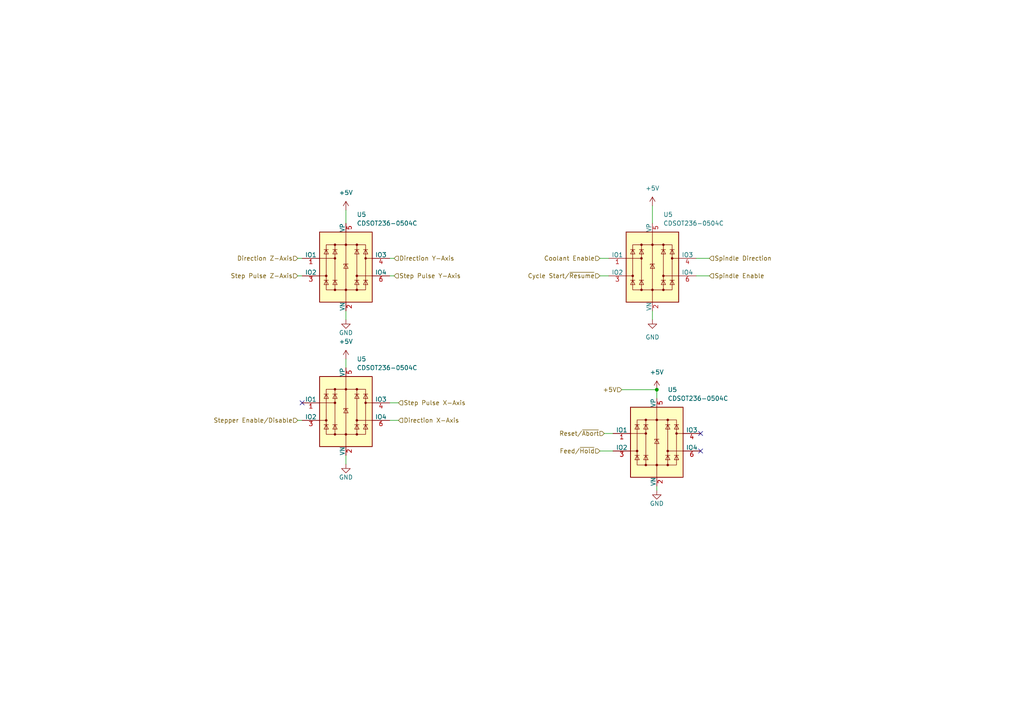
<source format=kicad_sch>
(kicad_sch (version 20230121) (generator eeschema)
  (paper "A4")
  (lib_symbols
    (symbol "Power_Protection:CDSOT236-0504C" (pin_names (offset 0))
      (property "Reference" "U" (at -5.08 11.43 0))
      (property "Value" "CDSOT236-0504C" (at 2.54 11.43 0))
      (symbol "CDSOT236-0504C_0_0"
        (rectangle (start -5.715 6.477) (end 5.715 -6.604))
        (polyline (pts (xy -3.175 -6.604) (xy -3.175 6.477)))
        (polyline (pts (xy 3.175 6.477) (xy 3.175 -6.604)))
      )
      (symbol "CDSOT236-0504C_0_1"
        (rectangle (start -7.62 10.16) (end 7.62 -10.16) (stroke (width 0.254)) (fill (type background)))
        (circle (center -5.715 -2.54) (radius 0.2794) (fill (type outline)))
        (circle (center -3.175 -6.604) (radius 0.2794) (fill (type outline)))
        (circle (center -3.175 2.54) (radius 0.2794) (fill (type outline)))
        (circle (center -3.175 6.477) (radius 0.2794) (fill (type outline)))
        (circle (center 0 -6.604) (radius 0.2794) (fill (type outline)))
        (polyline (pts (xy -7.747 2.54) (xy -3.175 2.54)))
        (polyline (pts (xy -7.62 -2.54) (xy -5.715 -2.54)))
        (polyline (pts (xy -5.08 -3.81) (xy -6.35 -3.81)))
        (polyline (pts (xy -5.08 5.08) (xy -6.35 5.08)))
        (polyline (pts (xy -2.54 -3.81) (xy -3.81 -3.81)))
        (polyline (pts (xy -2.54 5.08) (xy -3.81 5.08)))
        (polyline (pts (xy 0 10.16) (xy 0 -10.16)))
        (polyline (pts (xy 3.81 -3.81) (xy 2.54 -3.81)))
        (polyline (pts (xy 3.81 5.08) (xy 2.54 5.08)))
        (polyline (pts (xy 6.35 -3.81) (xy 5.08 -3.81)))
        (polyline (pts (xy 6.35 5.08) (xy 5.08 5.08)))
        (polyline (pts (xy 7.62 -2.54) (xy 3.175 -2.54)))
        (polyline (pts (xy 7.62 2.54) (xy 5.715 2.54)))
        (polyline (pts (xy 0.635 0.889) (xy -0.635 0.889) (xy -0.635 0.635)))
        (polyline (pts (xy -5.08 -5.08) (xy -6.35 -5.08) (xy -5.715 -3.81) (xy -5.08 -5.08)))
        (polyline (pts (xy -5.08 3.81) (xy -6.35 3.81) (xy -5.715 5.08) (xy -5.08 3.81)))
        (polyline (pts (xy -2.54 -5.08) (xy -3.81 -5.08) (xy -3.175 -3.81) (xy -2.54 -5.08)))
        (polyline (pts (xy -2.54 3.81) (xy -3.81 3.81) (xy -3.175 5.08) (xy -2.54 3.81)))
        (polyline (pts (xy 0.635 -0.381) (xy -0.635 -0.381) (xy 0 0.889) (xy 0.635 -0.381)))
        (polyline (pts (xy 3.81 -5.08) (xy 2.54 -5.08) (xy 3.175 -3.81) (xy 3.81 -5.08)))
        (polyline (pts (xy 3.81 3.81) (xy 2.54 3.81) (xy 3.175 5.08) (xy 3.81 3.81)))
        (polyline (pts (xy 6.35 -5.08) (xy 5.08 -5.08) (xy 5.715 -3.81) (xy 6.35 -5.08)))
        (polyline (pts (xy 6.35 3.81) (xy 5.08 3.81) (xy 5.715 5.08) (xy 6.35 3.81)))
        (circle (center 0 6.477) (radius 0.2794) (fill (type outline)))
        (circle (center 3.175 -6.604) (radius 0.2794) (fill (type outline)))
        (circle (center 3.175 -2.54) (radius 0.2794) (fill (type outline)))
        (circle (center 3.175 6.477) (radius 0.2794) (fill (type outline)))
        (circle (center 5.715 2.54) (radius 0.2794) (fill (type outline)))
      )
      (symbol "CDSOT236-0504C_1_1"
        (pin passive line (at -12.7 2.54 0) (length 5.08) (name "IO1") (number "1"))
        (pin passive line (at 0 -12.7 90) (length 2.54) (name "VN") (number "2"))
        (pin passive line (at -12.7 -2.54 0) (length 5.08) (name "IO2") (number "3"))
        (pin passive line (at 12.7 2.54 180) (length 5.08) (name "IO3") (number "4"))
        (pin passive line (at 0 12.7 270) (length 2.54) (name "VP") (number "5"))
        (pin passive line (at 12.7 -2.54 180) (length 5.08) (name "IO4") (number "6"))
      )
    )
    (symbol "power:+5V" (power) (pin_names (offset 0))
      (property "Value" "+5V" (at 0 3.556 0))
      (symbol "+5V_0_1"
        (polyline (pts (xy -0.762 1.27) (xy 0 2.54)))
        (polyline (pts (xy 0 0) (xy 0 2.54)))
        (polyline (pts (xy 0 2.54) (xy 0.762 1.27)))
      )
      (symbol "+5V_1_1"
        (pin power_in line (at 0 0 90) (length 0) hide (name "+5V") (number "1"))
      )
    )
    (symbol "power:GND" (power) (pin_names (offset 0))
      (property "Value" "GND" (at 0 -3.81 0))
      (symbol "GND_0_1"
        (polyline (pts (xy 0 0) (xy 0 -1.27) (xy 1.27 -1.27) (xy 0 -2.54) (xy -1.27 -1.27) (xy 0 -1.27)))
      )
      (symbol "GND_1_1"
        (pin power_in line (at 0 0 270) (length 0) hide (name "GND") (number "1"))
      )
    )
  )
  (junction (at 190.5 113.03))
  (no_connect (at 87.63 116.84))
  (no_connect (at 203.2 125.73))
  (no_connect (at 203.2 130.81))
  (wire (pts (xy 86.36 121.92) (xy 87.63 121.92)))
  (wire (pts (xy 205.74 80.01) (xy 201.93 80.01)))
  (wire (pts (xy 115.57 116.84) (xy 113.03 116.84)))
  (wire (pts (xy 189.23 59.69) (xy 189.23 64.77)))
  (wire (pts (xy 86.36 74.93) (xy 87.63 74.93)))
  (wire (pts (xy 175.26 125.73) (xy 177.8 125.73)))
  (wire (pts (xy 115.57 121.92) (xy 113.03 121.92)))
  (wire (pts (xy 100.33 92.71) (xy 100.33 90.17)))
  (wire (pts (xy 100.33 134.62) (xy 100.33 132.08)))
  (wire (pts (xy 173.99 80.01) (xy 176.53 80.01)))
  (wire (pts (xy 87.63 80.01) (xy 86.36 80.01)))
  (wire (pts (xy 190.5 113.03) (xy 190.5 115.57)))
  (wire (pts (xy 189.23 92.71) (xy 189.23 90.17)))
  (wire (pts (xy 180.34 113.03) (xy 190.5 113.03)))
  (wire (pts (xy 100.33 60.96) (xy 100.33 64.77)))
  (wire (pts (xy 114.3 74.93) (xy 113.03 74.93)))
  (wire (pts (xy 205.74 74.93) (xy 201.93 74.93)))
  (wire (pts (xy 173.99 130.81) (xy 177.8 130.81)))
  (wire (pts (xy 190.5 142.24) (xy 190.5 140.97)))
  (wire (pts (xy 173.99 74.93) (xy 176.53 74.93)))
  (wire (pts (xy 114.3 80.01) (xy 113.03 80.01)))
  (wire (pts (xy 100.33 104.14) (xy 100.33 106.68)))
  (hierarchical_label "Reset{slash}~{Abort}" (shape input) (at 175.26 125.73 180))
  (hierarchical_label "Step Pulse X-Axis" (shape input) (at 115.57 116.84 0))
  (hierarchical_label "Coolant Enable" (shape input) (at 173.99 74.93 180))
  (hierarchical_label "Direction Z-Axis" (shape input) (at 86.36 74.93 180))
  (hierarchical_label "+5V" (shape input) (at 180.34 113.03 180))
  (hierarchical_label "Step Pulse Y-Axis" (shape input) (at 114.3 80.01 0))
  (hierarchical_label "Cycle Start{slash}~{Resume}" (shape input) (at 173.99 80.01 180))
  (hierarchical_label "Direction Y-Axis" (shape input) (at 114.3 74.93 0))
  (hierarchical_label "Stepper Enable{slash}Disable" (shape input) (at 86.36 121.92 180))
  (hierarchical_label "Feed{slash}~{Hold}" (shape input) (at 173.99 130.81 180))
  (hierarchical_label "Spindle Enable" (shape input) (at 205.74 80.01 0))
  (hierarchical_label "Direction X-Axis" (shape input) (at 115.57 121.92 0))
  (hierarchical_label "Step Pulse Z-Axis" (shape input) (at 86.36 80.01 180))
  (hierarchical_label "Spindle Direction" (shape input) (at 205.74 74.93 0))
  (symbol (lib_id "power:+5V") (at 190.5 113.03 0) (unit 1)
    (property "Reference" "#PWR022" (effects hide))
    (property "Value" "+5V" (at 190.5 107.95 0))
  )
  (symbol (lib_id "power:GND") (at 190.5 142.24 0) (unit 1)
    (property "Reference" "#PWR08" (effects hide))
    (property "Value" "GND" (at 190.5 146.05 0))
    (instances (project "cnc_arduino_hat" (path "" (reference "#PWR08") (unit 1)) (path "" (reference "#PWR019") (unit 1))))
  )
  (symbol (lib_id "power:GND") (at 189.23 92.71 0) (unit 1)
    (property "Reference" "#PWR08" (effects hide))
    (property "Value" "GND" (at 189.23 97.79 0))
    (instances (project "cnc_arduino_hat" (path "" (reference "#PWR08") (unit 1)) (path "" (reference "#PWR020") (unit 1))))
  )
  (symbol (lib_id "Power_Protection:CDSOT236-0504C") (at 100.33 77.47 0) (unit 1)
    (property "Reference" "U5" (at 103.4797 62.23 0) (effects (justify left)))
    (property "Value" "CDSOT236-0504C" (at 103.4797 64.77 0) (effects (justify left)))
    (property "Footprint" "Package_TO_SOT_SMD:SOT-23-6" (effects hide))
    (property "Datasheet" "https://www.bourns.com/docs/product-datasheets/cdsot236-0504c.pdf" (effects hide))
  )
  (symbol (lib_id "Power_Protection:CDSOT236-0504C") (at 100.33 119.38 0) (unit 1)
    (property "Reference" "U5" (at 103.4797 104.14 0) (effects (justify left)))
    (property "Value" "CDSOT236-0504C" (at 103.4797 106.68 0) (effects (justify left)))
    (property "Footprint" "Package_TO_SOT_SMD:SOT-23-6" (effects hide))
    (property "Datasheet" "https://www.bourns.com/docs/product-datasheets/cdsot236-0504c.pdf" (effects hide))
    (instances (project "cnc_arduino_hat" (path "" (reference "U5") (unit 1)) (path "" (reference "U4") (unit 1))))
  )
  (symbol (lib_id "power:GND") (at 100.33 92.71 0) (unit 1)
    (property "Reference" "#PWR08" (effects hide))
    (property "Value" "GND" (at 100.33 96.52 0))
    (instances (project "cnc_arduino_hat" (path "" (reference "#PWR08") (unit 1)) (path "" (reference "#PWR017") (unit 1))))
  )
  (symbol (lib_id "Power_Protection:CDSOT236-0504C") (at 189.23 77.47 0) (unit 1)
    (property "Reference" "U5" (at 192.3797 62.23 0) (effects (justify left)))
    (property "Value" "CDSOT236-0504C" (at 192.3797 64.77 0) (effects (justify left)))
    (property "Footprint" "Package_TO_SOT_SMD:SOT-23-6" (effects hide))
    (property "Datasheet" "https://www.bourns.com/docs/product-datasheets/cdsot236-0504c.pdf" (effects hide))
    (instances (project "cnc_arduino_hat" (path "" (reference "U5") (unit 1)) (path "" (reference "U6") (unit 1))))
  )
  (symbol (lib_id "power:+5V") (at 100.33 60.96 0) (unit 1)
    (property "Reference" "#PWR023" (effects hide))
    (property "Value" "+5V" (at 100.33 55.88 0))
  )
  (symbol (lib_id "Power_Protection:CDSOT236-0504C") (at 190.5 128.27 0) (unit 1)
    (property "Reference" "U5" (at 193.6497 113.03 0) (effects (justify left)))
    (property "Value" "CDSOT236-0504C" (at 193.6497 115.57 0) (effects (justify left)))
    (property "Footprint" "Package_TO_SOT_SMD:SOT-23-6" (effects hide))
    (property "Datasheet" "https://www.bourns.com/docs/product-datasheets/cdsot236-0504c.pdf" (effects hide))
    (instances (project "cnc_arduino_hat" (path "" (reference "U5") (unit 1)) (path "" (reference "U7") (unit 1))))
  )
  (symbol (lib_id "power:+5V") (at 189.23 59.69 0) (unit 1)
    (property "Reference" "#PWR021" (effects hide))
    (property "Value" "+5V" (at 189.23 54.61 0))
  )
  (symbol (lib_id "power:+5V") (at 100.33 104.14 0) (unit 1)
    (property "Reference" "#PWR025" (effects hide))
    (property "Value" "+5V" (at 100.33 99.06 0))
  )
  (symbol (lib_id "power:GND") (at 100.33 134.62 0) (unit 1)
    (property "Reference" "#PWR08" (effects hide))
    (property "Value" "GND" (at 100.33 138.43 0))
    (instances (project "cnc_arduino_hat" (path "" (reference "#PWR08") (unit 1)) (path "" (reference "#PWR018") (unit 1))))
  )
)
</source>
